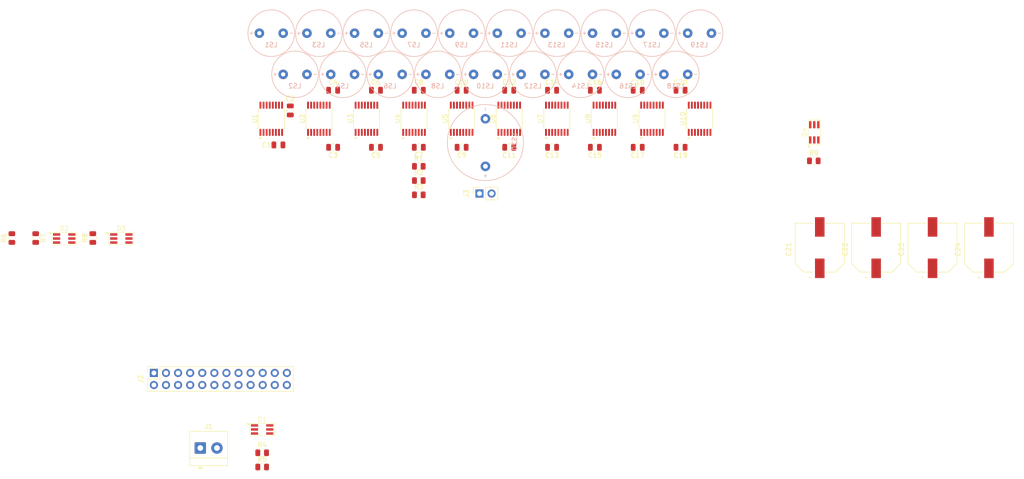
<source format=kicad_pcb>
(kicad_pcb (version 20241229) (generator "pcbnew") (generator_version "9.0")
  (layers (0 "F.Cu" signal) (2 "B.Cu" signal) (13 "F.Paste" user) (15 "B.Paste" user) (5 "F.SilkS" user "F.Silkscreen") (7 "B.SilkS" user "B.Silkscreen") (1 "F.Mask" user) (3 "B.Mask" user) (25 "Edge.Cuts" user))
  (net 0 "")
  (net 1 "+3V3")
  (net 2 "GND")
  (net 3 "Vdrive")
  (net 5 "STBY")
  (net 6 "Net-(D1-B-)")
  (net 8 "Net-(D1-G-)")
  (net 9 "Net-(D2-R-)")
  (net 13 "EN")
  (net 16 "LED")
  (net 17 "Net-(D3-B-)")
  (net 21 "Net-(D4-B-)")
  (net 22 "PHA_LED2")
  (net 25 "S8")
  (net 26 "S10")
  (net 27 "S18")
  (net 28 "S7")
  (net 29 "S6")
  (net 30 "S17")
  (net 31 "S19")
  (net 32 "S5")
  (net 33 "S14")
  (net 34 "S12")
  (net 35 "S2")
  (net 36 "S9")
  (net 37 "S15")
  (net 38 "S4")
  (net 39 "S1")
  (net 40 "S11")
  (net 41 "S13")
  (net 42 "S3")
  (net 43 "S16")
  (net 44 "RX")
  (net 45 "Net-(U1-AO2)")
  (net 46 "Net-(U1-AO1)")
  (net 47 "Net-(U1-BO2)")
  (net 48 "Net-(U1-BO1)")
  (net 49 "Net-(U2-AO2)")
  (net 50 "Net-(U2-AO1)")
  (net 51 "Net-(U2-BO1)")
  (net 52 "Net-(U2-BO2)")
  (net 53 "Net-(U3-AO2)")
  (net 54 "Net-(U3-AO1)")
  (net 55 "Net-(U3-BO1)")
  (net 56 "Net-(U3-BO2)")
  (net 57 "Net-(U4-AO2)")
  (net 58 "Net-(U4-AO1)")
  (net 59 "Net-(U4-BO2)")
  (net 60 "Net-(U4-BO1)")
  (net 61 "Net-(U5-AO1)")
  (net 62 "Net-(U5-AO2)")
  (net 63 "Net-(U5-BO1)")
  (net 64 "Net-(U5-BO2)")
  (net 65 "Net-(U6-AO1)")
  (net 66 "Net-(U6-AO2)")
  (net 67 "Net-(U6-BO1)")
  (net 68 "Net-(U6-BO2)")
  (net 69 "Net-(U7-AO2)")
  (net 70 "Net-(U7-AO1)")
  (net 71 "Net-(U7-BO1)")
  (net 72 "Net-(U7-BO2)")
  (net 73 "Net-(U8-AO1)")
  (net 74 "Net-(U8-AO2)")
  (net 75 "Net-(U8-BO1)")
  (net 76 "Net-(U8-BO2)")
  (net 77 "Net-(U9-AO2)")
  (net 78 "Net-(U9-AO1)")
  (net 79 "Net-(U9-BO1)")
  (net 80 "Net-(U9-BO2)")
  (net 81 "Net-(U10-AO1)")
  (net 82 "Net-(U10-AO2)")
  (net 83 "Net-(R6-Pad2)")
  (net 84 "PHA_LED1")
  (footprint "footprints:CAP_EEEFT1V561AP" (layer "F.Cu") (at 232.1 80.1 90)
    (property "Reference" "C22" (at -0.375 -6.535 90) (layer "F.SilkS"))
    (property "Value" "560u")
    (pad "1" smd rect (at -4.35 0 90) (size 4.1 2) (layers "F.Cu" "F.Mask" "F.Paste") (net 3 "Vdrive"))
    (pad "2" smd rect (at 4.35 0 90) (size 4.1 2) (layers "F.Cu" "F.Mask" "F.Paste") (net 2 "GND"))
  )
  (footprint "Package_SO:TSSOP-16_4.4x5mm_P0.65mm" (layer "F.Cu") (at 135 53 90)
    (property "Reference" "U4" (at 0 -3.45 90) (layer "F.SilkS"))
    (property "Value" "TC78H621FNG")
    (pad "1" smd roundrect (at -2.8625 -2.275 90) (size 1.475 0.4) (layers "F.Cu" "F.Mask" "F.Paste"))
    (pad "2" smd roundrect (at -2.8625 -1.625 90) (size 1.475 0.4) (layers "F.Cu" "F.Mask" "F.Paste"))
    (pad "3" smd roundrect (at -2.8625 -0.975 90) (size 1.475 0.4) (layers "F.Cu" "F.Mask" "F.Paste") (net 28 "S7"))
    (pad "4" smd roundrect (at -2.8625 -0.325 90) (size 1.475 0.4) (layers "F.Cu" "F.Mask" "F.Paste") (net 13 "EN"))
    (pad "5" smd roundrect (at -2.8625 0.325 90) (size 1.475 0.4) (layers "F.Cu" "F.Mask" "F.Paste") (net 1 "+3V3"))
    (pad "6" smd roundrect (at -2.8625 0.975 90) (size 1.475 0.4) (layers "F.Cu" "F.Mask" "F.Paste") (net 5 "STBY"))
    (pad "7" smd roundrect (at -2.8625 1.625 90) (size 1.475 0.4) (layers "F.Cu" "F.Mask" "F.Paste") (net 25 "S8"))
    (pad "8" smd roundrect (at -2.8625 2.275 90) (size 1.475 0.4) (layers "F.Cu" "F.Mask" "F.Paste") (net 13 "EN"))
    (pad "9" smd roundrect (at 2.8625 2.275 90) (size 1.475 0.4) (layers "F.Cu" "F.Mask" "F.Paste") (net 3 "Vdrive"))
    (pad "10" smd roundrect (at 2.8625 1.625 90) (size 1.475 0.4) (layers "F.Cu" "F.Mask" "F.Paste") (net 59 "Net-(U4-BO2)"))
    (pad "11" smd roundrect (at 2.8625 0.975 90) (size 1.475 0.4) (layers "F.Cu" "F.Mask" "F.Paste") (net 2 "GND"))
    (pad "12" smd roundrect (at 2.8625 0.325 90) (size 1.475 0.4) (layers "F.Cu" "F.Mask" "F.Paste") (net 60 "Net-(U4-BO1)"))
    (pad "13" smd roundrect (at 2.8625 -0.325 90) (size 1.475 0.4) (layers "F.Cu" "F.Mask" "F.Paste") (net 57 "Net-(U4-AO2)"))
    (pad "14" smd roundrect (at 2.8625 -0.975 90) (size 1.475 0.4) (layers "F.Cu" "F.Mask" "F.Paste") (net 2 "GND"))
    (pad "15" smd roundrect (at 2.8625 -1.625 90) (size 1.475 0.4) (layers "F.Cu" "F.Mask" "F.Paste") (net 58 "Net-(U4-AO1)"))
    (pad "16" smd roundrect (at 2.8625 -2.275 90) (size 1.475 0.4) (layers "F.Cu" "F.Mask" "F.Paste") (net 2 "GND"))
  )
  (footprint "Package_SO:TSSOP-16_4.4x5mm_P0.65mm" (layer "F.Cu") (at 115 53 90)
    (property "Reference" "U2" (at 0 -3.45 90) (layer "F.SilkS"))
    (property "Value" "TC78H621FNG")
    (pad "1" smd roundrect (at -2.8625 -2.275 90) (size 1.475 0.4) (layers "F.Cu" "F.Mask" "F.Paste"))
    (pad "2" smd roundrect (at -2.8625 -1.625 90) (size 1.475 0.4) (layers "F.Cu" "F.Mask" "F.Paste"))
    (pad "3" smd roundrect (at -2.8625 -0.975 90) (size 1.475 0.4) (layers "F.Cu" "F.Mask" "F.Paste") (net 42 "S3"))
    (pad "4" smd roundrect (at -2.8625 -0.325 90) (size 1.475 0.4) (layers "F.Cu" "F.Mask" "F.Paste") (net 13 "EN"))
    (pad "5" smd roundrect (at -2.8625 0.325 90) (size 1.475 0.4) (layers "F.Cu" "F.Mask" "F.Paste") (net 1 "+3V3"))
    (pad "6" smd roundrect (at -2.8625 0.975 90) (size 1.475 0.4) (layers "F.Cu" "F.Mask" "F.Paste") (net 5 "STBY"))
    (pad "7" smd roundrect (at -2.8625 1.625 90) (size 1.475 0.4) (layers "F.Cu" "F.Mask" "F.Paste") (net 38 "S4"))
    (pad "8" smd roundrect (at -2.8625 2.275 90) (size 1.475 0.4) (layers "F.Cu" "F.Mask" "F.Paste") (net 13 "EN"))
    (pad "9" smd roundrect (at 2.8625 2.275 90) (size 1.475 0.4) (layers "F.Cu" "F.Mask" "F.Paste") (net 3 "Vdrive"))
    (pad "10" smd roundrect (at 2.8625 1.625 90) (size 1.475 0.4) (layers "F.Cu" "F.Mask" "F.Paste") (net 52 "Net-(U2-BO2)"))
    (pad "11" smd roundrect (at 2.8625 0.975 90) (size 1.475 0.4) (layers "F.Cu" "F.Mask" "F.Paste") (net 2 "GND"))
    (pad "12" smd roundrect (at 2.8625 0.325 90) (size 1.475 0.4) (layers "F.Cu" "F.Mask" "F.Paste") (net 51 "Net-(U2-BO1)"))
    (pad "13" smd roundrect (at 2.8625 -0.325 90) (size 1.475 0.4) (layers "F.Cu" "F.Mask" "F.Paste") (net 49 "Net-(U2-AO2)"))
    (pad "14" smd roundrect (at 2.8625 -0.975 90) (size 1.475 0.4) (layers "F.Cu" "F.Mask" "F.Paste") (net 2 "GND"))
    (pad "15" smd roundrect (at 2.8625 -1.625 90) (size 1.475 0.4) (layers "F.Cu" "F.Mask" "F.Paste") (net 50 "Net-(U2-AO1)"))
    (pad "16" smd roundrect (at 2.8625 -2.275 90) (size 1.475 0.4) (layers "F.Cu" "F.Mask" "F.Paste") (net 2 "GND"))
  )
  (footprint "Package_SO:TSSOP-16_4.4x5mm_P0.65mm" (layer "F.Cu") (at 195 53 90)
    (property "Reference" "U10" (at 0 -3.45 90) (layer "F.SilkS"))
    (property "Value" "TC78H621FNG")
    (pad "1" smd roundrect (at -2.8625 -2.275 90) (size 1.475 0.4) (layers "F.Cu" "F.Mask" "F.Paste"))
    (pad "2" smd roundrect (at -2.8625 -1.625 90) (size 1.475 0.4) (layers "F.Cu" "F.Mask" "F.Paste"))
    (pad "3" smd roundrect (at -2.8625 -0.975 90) (size 1.475 0.4) (layers "F.Cu" "F.Mask" "F.Paste") (net 31 "S19"))
    (pad "4" smd roundrect (at -2.8625 -0.325 90) (size 1.475 0.4) (layers "F.Cu" "F.Mask" "F.Paste") (net 13 "EN"))
    (pad "5" smd roundrect (at -2.8625 0.325 90) (size 1.475 0.4) (layers "F.Cu" "F.Mask" "F.Paste") (net 1 "+3V3"))
    (pad "6" smd roundrect (at -2.8625 0.975 90) (size 1.475 0.4) (layers "F.Cu" "F.Mask" "F.Paste") (net 5 "STBY"))
    (pad "7" smd roundrect (at -2.8625 1.625 90) (size 1.475 0.4) (layers "F.Cu" "F.Mask" "F.Paste") (net 31 "S19"))
    (pad "8" smd roundrect (at -2.8625 2.275 90) (size 1.475 0.4) (layers "F.Cu" "F.Mask" "F.Paste") (net 13 "EN"))
    (pad "9" smd roundrect (at 2.8625 2.275 90) (size 1.475 0.4) (layers "F.Cu" "F.Mask" "F.Paste") (net 3 "Vdrive"))
    (pad "10" smd roundrect (at 2.8625 1.625 90) (size 1.475 0.4) (layers "F.Cu" "F.Mask" "F.Paste") (net 22 "PHA_LED2"))
    (pad "11" smd roundrect (at 2.8625 0.975 90) (size 1.475 0.4) (layers "F.Cu" "F.Mask" "F.Paste") (net 2 "GND"))
    (pad "12" smd roundrect (at 2.8625 0.325 90) (size 1.475 0.4) (layers "F.Cu" "F.Mask" "F.Paste") (net 84 "PHA_LED1"))
    (pad "13" smd roundrect (at 2.8625 -0.325 90) (size 1.475 0.4) (layers "F.Cu" "F.Mask" "F.Paste") (net 82 "Net-(U10-AO2)"))
    (pad "14" smd roundrect (at 2.8625 -0.975 90) (size 1.475 0.4) (layers "F.Cu" "F.Mask" "F.Paste") (net 2 "GND"))
    (pad "15" smd roundrect (at 2.8625 -1.625 90) (size 1.475 0.4) (layers "F.Cu" "F.Mask" "F.Paste") (net 81 "Net-(U10-AO1)"))
    (pad "16" smd roundrect (at 2.8625 -2.275 90) (size 1.475 0.4) (layers "F.Cu" "F.Mask" "F.Paste") (net 2 "GND"))
  )
  (footprint "Capacitor_SMD:C_0805_2012Metric" (layer "F.Cu") (at 127 59 180)
    (property "Reference" "C5" (at 0 -1.68 0) (layer "F.SilkS"))
    (property "Value" "100n")
    (pad "1" smd roundrect (at -0.95 0 180) (size 1 1.45) (layers "F.Cu" "F.Mask" "F.Paste") (net 1 "+3V3"))
    (pad "2" smd roundrect (at 0.95 0 180) (size 1 1.45) (layers "F.Cu" "F.Mask" "F.Paste") (net 2 "GND"))
  )
  (footprint "Resistor_SMD:R_0805_2012Metric" (layer "F.Cu") (at 219 61.85)
    (property "Reference" "R9" (at 0 -1.65 0) (layer "F.SilkS"))
    (property "Value" "2k")
    (pad "1" smd roundrect (at -0.9125 0) (size 1.025 1.4) (layers "F.Cu" "F.Mask" "F.Paste") (roundrect_rratio 0.243902) (net 84 "PHA_LED1"))
    (pad "2" smd roundrect (at 0.9125 0) (size 1.025 1.4) (layers "F.Cu" "F.Mask" "F.Paste") (roundrect_rratio 0.243902) (net 21 "Net-(D4-B-)"))
  )
  (footprint "footprints:QBLP680-RGB1" (layer "F.Cu") (at 103.0875 116.25)
    (property "Reference" "D1" (at 0 0 0) (layer "F.SilkS") (effects (font (thickness 0.1))))
    (property "Value" "QBLP680-RGB1")
    (pad "1" smd rect (at -1.6 1.25) (size 1.5 0.5) (layers "F.Cu" "F.Mask" "F.Paste") (net 6 "Net-(D1-B-)"))
    (pad "2" smd rect (at -1.6 2.1) (size 1.5 0.5) (layers "F.Cu" "F.Mask" "F.Paste") (net 8 "Net-(D1-G-)"))
    (pad "3" smd rect (at -1.6 2.95) (size 1.5 0.5) (layers "F.Cu" "F.Mask" "F.Paste"))
    (pad "4" smd rect (at 1.6 2.95) (size 1.5 0.5) (layers "F.Cu" "F.Mask" "F.Paste"))
    (pad "5" smd rect (at 1.6 2.1) (size 1.5 0.5) (layers "F.Cu" "F.Mask" "F.Paste") (net 1 "+3V3"))
    (pad "6" smd rect (at 1.6 1.25) (size 1.5 0.5) (layers "F.Cu" "F.Mask" "F.Paste") (net 5 "STBY"))
  )
  (footprint "Capacitor_SMD:C_0805_2012Metric" (layer "F.Cu") (at 145 59 180)
    (property "Reference" "C9" (at 0 -1.68 0) (layer "F.SilkS"))
    (property "Value" "100n")
    (pad "1" smd roundrect (at -0.95 0 180) (size 1 1.45) (layers "F.Cu" "F.Mask" "F.Paste") (net 1 "+3V3"))
    (pad "2" smd roundrect (at 0.95 0 180) (size 1 1.45) (layers "F.Cu" "F.Mask" "F.Paste") (net 2 "GND"))
  )
  (footprint "footprints:CAP_EEEFT1V561AP" (layer "F.Cu") (at 243.95 80.1 90)
    (property "Reference" "C23" (at -0.375 -6.535 90) (layer "F.SilkS"))
    (property "Value" "560u")
    (pad "1" smd rect (at -4.35 0 90) (size 4.1 2) (layers "F.Cu" "F.Mask" "F.Paste") (net 3 "Vdrive"))
    (pad "2" smd rect (at 4.35 0 90) (size 4.1 2) (layers "F.Cu" "F.Mask" "F.Paste") (net 2 "GND"))
  )
  (footprint "Capacitor_SMD:C_0805_2012Metric" (layer "F.Cu") (at 164 47)
    (property "Reference" "C14" (at 0 -1.68 0) (layer "F.SilkS"))
    (property "Value" "100n")
    (pad "1" smd roundrect (at -0.95 0) (size 1 1.45) (layers "F.Cu" "F.Mask" "F.Paste") (net 2 "GND"))
    (pad "2" smd roundrect (at 0.95 0) (size 1 1.45) (layers "F.Cu" "F.Mask" "F.Paste") (net 3 "Vdrive"))
  )
  (footprint "Capacitor_SMD:C_0805_2012Metric" (layer "F.Cu") (at 182 59 180)
    (property "Reference" "C17" (at 0 -1.68 0) (layer "F.SilkS"))
    (property "Value" "100n")
    (pad "1" smd roundrect (at -0.95 0 180) (size 1 1.45) (layers "F.Cu" "F.Mask" "F.Paste") (net 1 "+3V3"))
    (pad "2" smd roundrect (at 0.95 0 180) (size 1 1.45) (layers "F.Cu" "F.Mask" "F.Paste") (net 2 "GND"))
  )
  (footprint "Capacitor_SMD:C_0805_2012Metric" (layer "F.Cu") (at 182 47)
    (property "Reference" "C18" (at 0 -1.68 0) (layer "F.SilkS"))
    (property "Value" "100n")
    (pad "1" smd roundrect (at -0.95 0) (size 1 1.45) (layers "F.Cu" "F.Mask" "F.Paste") (net 2 "GND"))
    (pad "2" smd roundrect (at 0.95 0) (size 1 1.45) (layers "F.Cu" "F.Mask" "F.Paste") (net 3 "Vdrive"))
  )
  (footprint "Package_SO:TSSOP-16_4.4x5mm_P0.65mm" (layer "F.Cu") (at 145 53 90)
    (property "Reference" "U5" (at 0 -3.45 90) (layer "F.SilkS"))
    (property "Value" "TC78H621FNG")
    (pad "1" smd roundrect (at -2.8625 -2.275 90) (size 1.475 0.4) (layers "F.Cu" "F.Mask" "F.Paste"))
    (pad "2" smd roundrect (at -2.8625 -1.625 90) (size 1.475 0.4) (layers "F.Cu" "F.Mask" "F.Paste"))
    (pad "3" smd roundrect (at -2.8625 -0.975 90) (size 1.475 0.4) (layers "F.Cu" "F.Mask" "F.Paste") (net 36 "S9"))
    (pad "4" smd roundrect (at -2.8625 -0.325 90) (size 1.475 0.4) (layers "F.Cu" "F.Mask" "F.Paste") (net 13 "EN"))
    (pad "5" smd roundrect (at -2.8625 0.325 90) (size 1.475 0.4) (layers "F.Cu" "F.Mask" "F.Paste") (net 1 "+3V3"))
    (pad "6" smd roundrect (at -2.8625 0.975 90) (size 1.475 0.4) (layers "F.Cu" "F.Mask" "F.Paste") (net 5 "STBY"))
    (pad "7" smd roundrect (at -2.8625 1.625 90) (size 1.475 0.4) (layers "F.Cu" "F.Mask" "F.Paste") (net 26 "S10"))
    (pad "8" smd roundrect (at -2.8625 2.275 90) (size 1.475 0.4) (layers "F.Cu" "F.Mask" "F.Paste") (net 13 "EN"))
    (pad "9" smd roundrect (at 2.8625 2.275 90) (size 1.475 0.4) (layers "F.Cu" "F.Mask" "F.Paste") (net 3 "Vdrive"))
    (pad "10" smd roundrect (at 2.8625 1.625 90) (size 1.475 0.4) (layers "F.Cu" "F.Mask" "F.Paste") (net 64 "Net-(U5-BO2)"))
    (pad "11" smd roundrect (at 2.8625 0.975 90) (size 1.475 0.4) (layers "F.Cu" "F.Mask" "F.Paste") (net 2 "GND"))
    (pad "12" smd roundrect (at 2.8625 0.325 90) (size 1.475 0.4) (layers "F.Cu" "F.Mask" "F.Paste") (net 63 "Net-(U5-BO1)"))
    (pad "13" smd roundrect (at 2.8625 -0.325 90) (size 1.475 0.4) (layers "F.Cu" "F.Mask" "F.Paste") (net 62 "Net-(U5-AO2)"))
    (pad "14" smd roundrect (at 2.8625 -0.975 90) (size 1.475 0.4) (layers "F.Cu" "F.Mask" "F.Paste") (net 2 "GND"))
    (pad "15" smd roundrect (at 2.8625 -1.625 90) (size 1.475 0.4) (layers "F.Cu" "F.Mask" "F.Paste") (net 61 "Net-(U5-AO1)"))
    (pad "16" smd roundrect (at 2.8625 -2.275 90) (size 1.475 0.4) (layers "F.Cu" "F.Mask" "F.Paste") (net 2 "GND"))
  )
  (footprint "Capacitor_SMD:C_0805_2012Metric" (layer "F.Cu") (at 173 47)
    (property "Reference" "C16" (at 0 -1.68 0) (layer "F.SilkS"))
    (property "Value" "100n")
    (pad "1" smd roundrect (at -0.95 0) (size 1 1.45) (layers "F.Cu" "F.Mask" "F.Paste") (net 2 "GND"))
    (pad "2" smd roundrect (at 0.95 0) (size 1 1.45) (layers "F.Cu" "F.Mask" "F.Paste") (net 3 "Vdrive"))
  )
  (footprint "Capacitor_SMD:C_0805_2012Metric" (layer "F.Cu") (at 155 59 180)
    (property "Reference" "C11" (at 0 -1.68 0) (layer "F.SilkS"))
    (property "Value" "100n")
    (pad "1" smd roundrect (at -0.95 0 180) (size 1 1.45) (layers "F.Cu" "F.Mask" "F.Paste") (net 1 "+3V3"))
    (pad "2" smd roundrect (at 0.95 0 180) (size 1 1.45) (layers "F.Cu" "F.Mask" "F.Paste") (net 2 "GND"))
  )
  (footprint "Resistor_SMD:R_0805_2012Metric" (layer "F.Cu") (at 136 66)
    (property "Reference" "R2" (at 0 -1.65 0) (layer "F.SilkS"))
    (property "Value" "51k")
    (pad "1" smd roundrect (at -0.9125 0) (size 1.025 1.4) (layers "F.Cu" "F.Mask" "F.Paste") (roundrect_rratio 0.243902) (net 44 "RX"))
    (pad "2" smd roundrect (at 0.9125 0) (size 1.025 1.4) (layers "F.Cu" "F.Mask" "F.Paste") (roundrect_rratio 0.243902) (net 2 "GND"))
  )
  (footprint "footprints:CAP_EEEFT1V561AP" (layer "F.Cu") (at 255.8 80.1 90)
    (property "Reference" "C24" (at -0.375 -6.535 90) (layer "F.SilkS"))
    (property "Value" "560u")
    (pad "1" smd rect (at -4.35 0 90) (size 4.1 2) (layers "F.Cu" "F.Mask" "F.Paste") (net 3 "Vdrive"))
    (pad "2" smd rect (at 4.35 0 90) (size 4.1 2) (layers "F.Cu" "F.Mask" "F.Paste") (net 2 "GND"))
  )
  (footprint "Capacitor_SMD:C_0805_2012Metric" (layer "F.Cu") (at 155 47)
    (property "Reference" "C12" (at 0 -1.68 0) (layer "F.SilkS"))
    (property "Value" "100n")
    (pad "1" smd roundrect (at -0.95 0) (size 1 1.45) (layers "F.Cu" "F.Mask" "F.Paste") (net 2 "GND"))
    (pad "2" smd roundrect (at 0.95 0) (size 1 1.45) (layers "F.Cu" "F.Mask" "F.Paste") (net 3 "Vdrive"))
  )
  (footprint "Connector_PinSocket_2.54mm:PinSocket_1x02_P2.54mm_Vertical" (layer "F.Cu") (at 148.75 68.725 90)
    (property "Reference" "J3" (at 0 -2.77 90) (layer "F.SilkS"))
    (property "Value" "Conn_01x02")
    (pad "1" thru_hole rect (at 0 0 90) (size 1.7 1.7) (drill 1) (layers "*.Cu" "*.Mask") (net 44 "RX"))
    (pad "2" thru_hole circle (at 0 2.54 90) (size 1.7 1.7) (drill 1) (layers "*.Cu" "*.Mask") (net 2 "GND"))
  )
  (footprint "Capacitor_SMD:C_0805_2012Metric" (layer "F.Cu") (at 118 47)
    (property "Reference" "C4" (at 0 -1.68 0) (layer "F.SilkS"))
    (property "Value" "100n")
    (pad "1" smd roundrect (at -0.95 0) (size 1 1.45) (layers "F.Cu" "F.Mask" "F.Paste") (net 2 "GND"))
    (pad "2" smd roundrect (at 0.95 0) (size 1 1.45) (layers "F.Cu" "F.Mask" "F.Paste") (net 3 "Vdrive"))
  )
  (footprint "Package_SO:TSSOP-16_4.4x5mm_P0.65mm" (layer "F.Cu") (at 105 53 90)
    (property "Reference" "U1" (at 0 -3.45 90) (layer "F.SilkS"))
    (property "Value" "TC78H621FNG")
    (pad "1" smd roundrect (at -2.8625 -2.275 90) (size 1.475 0.4) (layers "F.Cu" "F.Mask" "F.Paste"))
    (pad "2" smd roundrect (at -2.8625 -1.625 90) (size 1.475 0.4) (layers "F.Cu" "F.Mask" "F.Paste"))
    (pad "3" smd roundrect (at -2.8625 -0.975 90) (size 1.475 0.4) (layers "F.Cu" "F.Mask" "F.Paste") (net 39 "S1"))
    (pad "4" smd roundrect (at -2.8625 -0.325 90) (size 1.475 0.4) (layers "F.Cu" "F.Mask" "F.Paste") (net 13 "EN"))
    (pad "5" smd roundrect (at -2.8625 0.325 90) (size 1.475 0.4) (layers "F.Cu" "F.Mask" "F.Paste") (net 1 "+3V3"))
    (pad "6" smd roundrect (at -2.8625 0.975 90) (size 1.475 0.4) (layers "F.Cu" "F.Mask" "F.Paste") (net 5 "STBY"))
    (pad "7" smd roundrect (at -2.8625 1.625 90) (size 1.475 0.4) (layers "F.Cu" "F.Mask" "F.Paste") (net 35 "S2"))
    (pad "8" smd roundrect (at -2.8625 2.275 90) (size 1.475 0.4) (layers "F.Cu" "F.Mask" "F.Paste") (net 13 "EN"))
    (pad "9" smd roundrect (at 2.8625 2.275 90) (size 1.475 0.4) (layers "F.Cu" "F.Mask" "F.Paste") (net 3 "Vdrive"))
    (pad "10" smd roundrect (at 2.8625 1.625 90) (size 1.475 0.4) (layers "F.Cu" "F.Mask" "F.Paste") (net 47 "Net-(U1-BO2)"))
    (pad "11" smd roundrect (at 2.8625 0.975 90) (size 1.475 0.4) (layers "F.Cu" "F.Mask" "F.Paste") (net 2 "GND"))
    (pad "12" smd roundrect (at 2.8625 0.325 90) (size 1.475 0.4) (layers "F.Cu" "F.Mask" "F.Paste") (net 48 "Net-(U1-BO1)"))
    (pad "13" smd roundrect (at 2.8625 -0.325 90) (size 1.475 0.4) (layers "F.Cu" "F.Mask" "F.Paste") (net 45 "Net-(U1-AO2)"))
    (pad "14" smd roundrect (at 2.8625 -0.975 90) (size 1.475 0.4) (layers "F.Cu" "F.Mask" "F.Paste") (net 2 "GND"))
    (pad "15" smd roundrect (at 2.8625 -1.625 90) (size 1.475 0.4) (layers "F.Cu" "F.Mask" "F.Paste") (net 46 "Net-(U1-AO1)"))
    (pad "16" smd roundrect (at 2.8625 -2.275 90) (size 1.475 0.4) (layers "F.Cu" "F.Mask" "F.Paste") (net 2 "GND"))
  )
  (footprint "Capacitor_SMD:C_0805_2012Metric" (layer "F.Cu") (at 127 47)
    (property "Reference" "C6" (at 0 -1.68 0) (layer "F.SilkS"))
    (property "Value" "100n")
    (pad "1" smd roundrect (at -0.95 0) (size 1 1.45) (layers "F.Cu" "F.Mask" "F.Paste") (net 2 "GND"))
    (pad "2" smd roundrect (at 0.95 0) (size 1 1.45) (layers "F.Cu" "F.Mask" "F.Paste") (net 3 "Vdrive"))
  )
  (footprint "Package_SO:TSSOP-16_4.4x5mm_P0.65mm" (layer "F.Cu") (at 155 53 90)
    (property "Reference" "U6" (at 0 -3.45 90) (layer "F.SilkS"))
    (property "Value" "TC78H621FNG")
    (pad "1" smd roundrect (at -2.8625 -2.275 90) (size 1.475 0.4) (layers "F.Cu" "F.Mask" "F.Paste"))
    (pad "2" smd roundrect (at -2.8625 -1.625 90) (size 1.475 0.4) (layers "F.Cu" "F.Mask" "F.Paste"))
    (pad "3" smd roundrect (at -2.8625 -0.975 90) (size 1.475 0.4) (layers "F.Cu" "F.Mask" "F.Paste") (net 40 "S11"))
    (pad "4" smd roundrect (at -2.8625 -0.325 90) (size 1.475 0.4) (layers "F.Cu" "F.Mask" "F.Paste") (net 13 "EN"))
    (pad "5" smd roundrect (at -2.8625 0.325 90) (size 1.475 0.4) (layers "F.Cu" "F.Mask" "F.Paste") (net 1 "+3V3"))
    (pad "6" smd roundrect (at -2.8625 0.975 90) (size 1.475 0.4) (layers "F.Cu" "F.Mask" "F.Paste") (net 5 "STBY"))
    (pad "7" smd roundrect (at -2.8625 1.625 90) (size 1.475 0.4) (layers "F.Cu" "F.Mask" "F.Paste") (net 34 "S12"))
    (pad "8" smd roundrect (at -2.8625 2.275 90) (size 1.475 0.4) (layers "F.Cu" "F.Mask" "F.Paste") (net 13 "EN"))
    (pad "9" smd roundrect (at 2.8625 2.275 90) (size 1.475 0.4) (layers "F.Cu" "F.Mask" "F.Paste") (net 3 "Vdrive"))
    (pad "10" smd roundrect (at 2.8625 1.625 90) (size 1.475 0.4) (layers "F.Cu" "F.Mask" "F.Paste") (net 68 "Net-(U6-BO2)"))
    (pad "11" smd roundrect (at 2.8625 0.975 90) (size 1.475 0.4) (layers "F.Cu" "F.Mask" "F.Paste") (net 2 "GND"))
    (pad "12" smd roundrect (at 2.8625 0.325 90) (size 1.475 0.4) (layers "F.Cu" "F.Mask" "F.Paste") (net 67 "Net-(U6-BO1)"))
    (pad "13" smd roundrect (at 2.8625 -0.325 90) (size 1.475 0.4) (layers "F.Cu" "F.Mask" "F.Paste") (net 66 "Net-(U6-AO2)"))
    (pad "14" smd roundrect (at 2.8625 -0.975 90) (size 1.475 0.4) (layers "F.Cu" "F.Mask" "F.Paste") (net 2 "GND"))
    (pad "15" smd roundrect (at 2.8625 -1.625 90) (size 1.475 0.4) (layers "F.Cu" "F.Mask" "F.Paste") (net 65 "Net-(U6-AO1)"))
    (pad "16" smd roundrect (at 2.8625 -2.275 90) (size 1.475 0.4) (layers "F.Cu" "F.Mask" "F.Paste") (net 2 "GND"))
  )
  (footprint "Capacitor_SMD:C_0805_2012Metric" (layer "F.Cu") (at 173 59 180)
    (property "Reference" "C15" (at 0 -1.68 0) (layer "F.SilkS"))
    (property "Value" "100n")
    (pad "1" smd roundrect (at -0.95 0 180) (size 1 1.45) (layers "F.Cu" "F.Mask" "F.Paste") (net 1 "+3V3"))
    (pad "2" smd roundrect (at 0.95 0 180) (size 1 1.45) (layers "F.Cu" "F.Mask" "F.Paste") (net 2 "GND"))
  )
  (footprint "Capacitor_SMD:C_0805_2012Metric" (layer "F.Cu") (at 191 59 180)
    (property "Reference" "C19" (at 0 -1.68 0) (layer "F.SilkS"))
    (property "Value" "100n")
    (pad "1" smd roundrect (at -0.95 0 180) (size 1 1.45) (layers "F.Cu" "F.Mask" "F.Paste") (net 1 "+3V3"))
    (pad "2" smd roundrect (at 0.95 0 180) (size 1 1.45) (layers "F.Cu" "F.Mask" "F.Paste") (net 2 "GND"))
  )
  (footprint "Capacitor_SMD:C_0805_2012Metric" (layer "F.Cu") (at 164 59 180)
    (property "Reference" "C13" (at 0 -1.68 0) (layer "F.SilkS"))
    (property "Value" "100n")
    (pad "1" smd roundrect (at -0.95 0 180) (size 1 1.45) (layers "F.Cu" "F.Mask" "F.Paste") (net 1 "+3V3"))
    (pad "2" smd roundrect (at 0.95 0 180) (size 1 1.45) (layers "F.Cu" "F.Mask" "F.Paste") (net 2 "GND"))
  )
  (footprint "Resistor_SMD:R_0805_2012Metric" (layer "F.Cu") (at 50.5 78.0875 90)
    (property "Reference" "R6" (at 0 -1.65 90) (layer "F.SilkS"))
    (property "Value" "100")
    (pad "1" smd roundrect (at -0.9125 0 90) (size 1.025 1.4) (layers "F.Cu" "F.Mask" "F.Paste") (roundrect_rratio 0.243902) (net 2 "GND"))
    (pad "2" smd roundrect (at 0.9125 0 90) (size 1.025 1.4) (layers "F.Cu" "F.Mask" "F.Paste") (roundrect_rratio 0.243902) (net 83 "Net-(R6-Pad2)"))
  )
  (footprint "Resistor_SMD:R_0805_2012Metric" (layer "F.Cu") (at 55.5 78.0875 -90)
    (property "Reference" "R7" (at 0 -1.65 90) (layer "F.SilkS"))
    (property "Value" "100")
    (pad "1" smd roundrect (at -0.9125 0 270) (size 1.025 1.4) (layers "F.Cu" "F.Mask" "F.Paste") (roundrect_rratio 0.243902) (net 83 "Net-(R6-Pad2)"))
    (pad "2" smd roundrect (at 0.9125 0 270) (size 1.025 1.4) (layers "F.Cu" "F.Mask" "F.Paste") (roundrect_rratio 0.243902) (net 9 "Net-(D2-R-)"))
  )
  (footprint "TerminalBlock_4Ucon:TerminalBlock_4Ucon_1x02_P3.50mm_Horizontal" (layer "F.Cu") (at 90.0875 122.25)
    (property "Reference" "J1" (at 1.75 -4.52 0) (layer "F.SilkS"))
    (property "Value" "Screw_Terminal_01x02")
    (pad "1" thru_hole roundrect (at 0 0) (size 2.4 2.4) (drill 1.2) (layers "*.Cu" "*.Mask") (roundrect_rratio 0.104167) (net 3 "Vdrive"))
    (pad "2" thru_hole circle (at 3.5 0) (size 2.4 2.4) (drill 1.2) (layers "*.Cu" "*.Mask") (net 2 "GND"))
  )
  (footprint "Capacitor_SMD:C_0805_2012Metric" (layer "F.Cu") (at 136 59 180)
    (property "Reference" "C7" (at 0 -1.68 0) (layer "F.SilkS"))
    (property "Value" "100n")
    (pad "1" smd roundrect (at -0.95 0 180) (size 1 1.45) (layers "F.Cu" "F.Mask" "F.Paste") (net 1 "+3V3"))
    (pad "2" smd roundrect (at 0.95 0 180) (size 1 1.45) (layers "F.Cu" "F.Mask" "F.Paste") (net 2 "GND"))
  )
  (footprint "footprints:CAP_EEEFT1V561AP" (layer "F.Cu") (at 220.25 80.1 90)
    (property "Reference" "C21" (at -0.375 -6.535 90) (layer "F.SilkS"))
    (property "Value" "560u")
    (pad "1" smd rect (at -4.35 0 90) (size 4.1 2) (layers "F.Cu" "F.Mask" "F.Paste") (net 3 "Vdrive"))
    (pad "2" smd rect (at 4.35 0 90) (size 4.1 2) (layers "F.Cu" "F.Mask" "F.Paste") (net 2 "GND"))
  )
  (footprint "Resistor_SMD:R_0805_2012Metric" (layer "F.Cu") (at 136 63)
    (property "Reference" "R1" (at 0 -1.65 0) (layer "F.SilkS"))
    (property "Value" "100k")
    (pad "1" smd roundrect (at -0.9125 0) (size 1.025 1.4) (layers "F.Cu" "F.Mask" "F.Paste") (roundrect_rratio 0.243902) (net 44 "RX"))
    (pad "2" smd roundrect (at 0.9125 0) (size 1.025 1.4) (layers "F.Cu" "F.Mask" "F.Paste") (roundrect_rratio 0.243902) (net 2 "GND"))
  )
  (footprint "footprints:QBLP680-RGB1" (layer "F.Cu") (at 73.5 76.0875)
    (property "Reference" "D3" (at 0 0 0) (layer "F.SilkS") (effects (font (thickness 0.1))))
    (property "Value" "QBLP680-RGB1")
    (pad "1" smd rect (at -1.6 1.25) (size 1.5 0.5) (layers "F.Cu" "F.Mask" "F.Paste") (net 17 "Net-(D3-B-)"))
    (pad "2" smd rect (at -1.6 2.1) (size 1.5 0.5) (layers "F.Cu" "F.Mask" "F.Paste"))
    (pad "3" smd rect (at -1.6 2.95) (size 1.5 0.5) (layers "F.Cu" "F.Mask" "F.Paste"))
    (pad "4" smd rect (at 1.6 2.95) (size 1.5 0.5) (layers "F.Cu" "F.Mask" "F.Paste"))
    (pad "5" smd rect (at 1.6 2.1) (size 1.5 0.5) (layers "F.Cu" "F.Mask" "F.Paste"))
    (pad "6" smd rect (at 1.6 1.25) (size 1.5 0.5) (layers "F.Cu" "F.Mask" "F.Paste") (net 16 "LED"))
  )
  (footprint "Package_SO:TSSOP-16_4.4x5mm_P0.65mm" (layer "F.Cu") (at 165 53 90)
    (property "Reference" "U7" (at 0 -3.45 90) (layer "F.SilkS"))
    (property "Value" "TC78H621FNG")
    (pad "1" smd roundrect (at -2.8625 -2.275 90) (size 1.475 0.4) (layers "F.Cu" "F.Mask" "F.Paste"))
    (pad "2" smd roundrect (at -2.8625 -1.625 90) (size 1.475 0.4) (layers "F.Cu" "F.Mask" "F.Paste"))
    (pad "3" smd roundrect (at -2.8625 -0.975 90) (size 1.475 0.4) (layers "F.Cu" "F.Mask" "F.Paste") (net 41 "S13"))
    (pad "4" smd roundrect (at -2.8625 -0.325 90) (size 1.475 0.4) (layers "F.Cu" "F.Mask" "F.Paste") (net 13 "EN"))
    (pad "5" smd roundrect (at -2.8625 0.325 90) (size 1.475 0.4) (layers "F.Cu" "F.Mask" "F.Paste") (net 1 "+3V3"))
    (pad "6" smd roundrect (at -2.8625 0.975 90) (size 1.475 0.4) (layers "F.Cu" "F.Mask" "F.Paste") (net 5 "STBY"))
    (pad "7" smd roundrect (at -2.8625 1.625 90) (size 1.475 0.4) (layers "F.Cu" "F.Mask" "F.Paste") (net 33 "S14"))
    (pad "8" smd roundrect (at -2.8625 2.275 90) (size 1.475 0.4) (layers "F.Cu" "F.Mask" "F.Paste") (net 13 "EN"))
    (pad "9" smd roundrect (at 2.8625 2.275 90) (size 1.475 0.4) (layers "F.Cu" "F.Mask" "F.Paste") (net 3 "Vdrive"))
    (pad "10" smd roundrect (at 2.8625 1.625 90) (size 1.475 0.4) (layers "F.Cu" "F.Mask" "F.Paste") (net 72 "Net-(U7-BO2)"))
    (pad "11" smd roundrect (at 2.8625 0.975 90) (size 1.475 0.4) (layers "F.Cu" "F.Mask" "F.Paste") (net 2 "GND"))
    (pad "12" smd roundrect (at 2.8625 0.325 90) (size 1.475 0.4) (layers "F.Cu" "F.Mask" "F.Paste") (net 71 "Net-(U7-BO1)"))
    (pad "13" smd roundrect (at 2.8625 -0.325 90) (size 1.475 0.4) (layers "F.Cu" "F.Mask" "F.Paste") (net 69 "Net-(U7-AO2)"))
    (pad "14" smd roundrect (at 2.8625 -0.975 90) (size 1.475 0.4) (layers "F.Cu" "F.Mask" "F.Paste") (net 2 "GND"))
    (pad "15" smd roundrect (at 2.8625 -1.625 90) (size 1.475 0.4) (layers "F.Cu" "F.Mask" "F.Paste") (net 70 "Net-(U7-AO1)"))
    (pad "16" smd roundrect (at 2.8625 -2.275 90) (size 1.475 0.4) (layers "F.Cu" "F.Mask" "F.Paste") (net 2 "GND"))
  )
  (footprint "footprints:QBLP680-RGB1" (layer "F.Cu") (at 217 55.85 90)
    (property "Reference" "D4" (at 0 0 90) (layer "F.SilkS") (effects (font (thickness 0.1))))
    (property "Value" "QBLP680-RGB1")
    (pad "1" smd rect (at -1.6 1.25 90) (size 1.5 0.5) (layers "F.Cu" "F.Mask" "F.Paste") (net 21 "Net-(D4-B-)"))
    (pad "2" smd rect (at -1.6 2.1 90) (size 1.5 0.5) (layers "F.Cu" "F.Mask" "F.Paste"))
    (pad "3" smd rect (at -1.6 2.95 90) (size 1.5 0.5) (layers "F.Cu" "F.Mask" "F.Paste") (net 22 "PHA_LED2"))
    (pad "4" smd rect (at 1.6 2.95 90) (size 1.5 0.5) (layers "F.Cu" "F.Mask" "F.Paste") (net 21 "Net-(D4-B-)"))
    (pad "5" smd rect (at 1.6 2.1 90) (size 1.5 0.5) (layers "F.Cu" "F.Mask" "F.Paste"))
    (pad "6" smd rect (at 1.6 1.25 90) (size 1.5 0.5) (layers "F.Cu" "F.Mask" "F.Paste") (net 22 "PHA_LED2"))
  )
  (footprint "Capacitor_SMD:C_0805_2012Metric" (layer "F.Cu") (at 118 59 180)
    (property "Reference" "C3" (at 0 -1.68 0) (layer "F.SilkS"))
    (property "Value" "100n")
    (pad "1" smd roundrect (at -0.95 0 180) (size 1 1.45) (layers "F.Cu" "F.Mask" "F.Paste") (net 1 "+3V3"))
    (pad "2" smd roundrect (at 0.95 0 180) (size 1 1.45) (layers "F.Cu" "F.Mask" "F.Paste") (net 2 "GND"))
  )
  (footprint "Resistor_SMD:R_0805_2012Metric" (layer "F.Cu") (at 103.0875 123.25)
    (property "Reference" "R4" (at 0 -1.65 0) (layer "F.SilkS"))
    (property "Value" "43")
    (pad "1" smd roundrect (at -0.9125 0) (size 1.025 1.4) (layers "F.Cu" "F.Mask" "F.Paste") (roundrect_rratio 0.243902) (net 2 "GND"))
    (pad "2" smd roundrect (at 0.9125 0) (size 1.025 1.4) (layers "F.Cu" "F.Mask" "F.Paste") (roundrect_rratio 0.243902) (net 6 "Net-(D1-B-)"))
  )
  (footprint "Resistor_SMD:R_0805_2012Metric" (layer "F.Cu") (at 103.0875 126.25)
    (property "Reference" "R5" (at 0 -1.65 0) (layer "F.SilkS"))
    (property "Value" "43")
    (pad "1" smd roundrect (at -0.9125 0) (size 1.025 1.4) (layers "F.Cu" "F.Mask" "F.Paste") (roundrect_rratio 0.243902) (net 2 "GND"))
    (pad "2" smd roundrect (at 0.9125 0) (size 1.025 1.4) (layers "F.Cu" "F.Mask" "F.Paste") (roundrect_rratio 0.243902) (net 8 "Net-(D1-G-)"))
  )
  (footprint "Resistor_SMD:R_0805_2012Metric" (layer "F.Cu") (at 67.5 78.0875 90)
    (property "Reference" "R8" (at 0 -1.65 90) (layer "F.SilkS"))
    (property "Value" "43")
    (pad "1" smd roundrect (at -0.9125 0 90) (size 1.025 1.4) (layers "F.Cu" "F.Mask" "F.Paste") (roundrect_rratio 0.243902) (net 2 "GND"))
    (pad "2" smd roundrect (at 0.9125 0 90) (size 1.025 1.4) (layers "F.Cu" "F.Mask" "F.Paste") (roundrect_rratio 0.243902) (net 17 "Net-(D3-B-)"))
  )
  (footprint "Capacitor_SMD:C_0805_2012Metric" (layer "F.Cu") (at 106.5 58.5)
    (property "Reference" "C1" (at -2.5 0 0) (layer "F.SilkS"))
    (property "Value" "100n")
    (pad "1" smd roundrect (at -0.95 0) (size 1 1.45) (layers "F.Cu" "F.Mask" "F.Paste") (net 1 "+3V3"))
    (pad "2" smd roundrect (at 0.95 0) (size 1 1.45) (layers "F.Cu" "F.Mask" "F.Paste") (net 2 "GND"))
  )
  (footprint "Package_SO:TSSOP-16_4.4x5mm_P0.65mm" (layer "F.Cu") (at 175 53 90)
    (property "Reference" "U8" (at 0 -3.45 90) (layer "F.SilkS"))
    (property "Value" "TC78H621FNG")
    (pad "1" smd roundrect (at -2.8625 -2.275 90) (size 1.475 0.4) (layers "F.Cu" "F.Mask" "F.Paste"))
    (pad "2" smd roundrect (at -2.8625 -1.625 90) (size 1.475 0.4) (layers "F.Cu" "F.Mask" "F.Paste"))
    (pad "3" smd roundrect (at -2.8625 -0.975 90) (size 1.475 0.4) (layers "F.Cu" "F.Mask" "F.Paste") (net 37 "S15"))
    (pad "4" smd roundrect (at -2.8625 -0.325 90) (size 1.475 0.4) (layers "F.Cu" "F.Mask" "F.Paste") (net 13 "EN"))
    (pad "5" smd roundrect (at -2.8625 0.325 90) (size 1.475 0.4) (layers "F.Cu" "F.Mask" "F.Paste") (net 1 "+3V3"))
    (pad "6" smd roundrect (at -2.8625 0.975 90) (size 1.475 0.4) (layers "F.Cu" "F.Mask" "F.Paste") (net 5 "STBY"))
    (pad "7" smd roundrect (at -2.8625 1.625 90) (size 1.475 0.4) (layers "F.Cu" "F.Mask" "F.Paste") (net 43 "S16"))
    (pad "8" smd roundrect (at -2.8625 2.275 90) (size 1.475 0.4) (layers "F.Cu" "F.Mask" "F.Paste") (net 13 "EN"))
    (pad "9" smd roundrect (at 2.8625 2.275 90) (size 1.475 0.4) (layers "F.Cu" "F.Mask" "F.Paste") (net 3 "Vdrive"))
    (pad "10" smd roundrect (at 2.8625 1.625 90) (size 1.475 0.4) (layers "F.Cu" "F.Mask" "F.Paste") (net 76 "Net-(U8-BO2)"))
    (pad "11" smd roundrect (at 2.8625 0.975 90) (size 1.475 0.4) (layers "F.Cu" "F.Mask" "F.Paste") (net 2 "GND"))
    (pad "12" smd roundrect (at 2.8625 0.325 90) (size 1.475 0.4) (layers "F.Cu" "F.Mask" "F.Paste") (net 75 "Net-(U8-BO1)"))
    (pad "13" smd roundrect (at 2.8625 -0.325 90) (size 1.475 0.4) (layers "F.Cu" "F.Mask" "F.Paste") (net 74 "Net-(U8-AO2)"))
    (pad "14" smd roundrect (at 2.8625 -0.975 90) (size 1.475 0.4) (layers "F.Cu" "F.Mask" "F.Paste") (net 2 "GND"))
    (pad "15" smd roundrect (at 2.8625 -1.625 90) (size 1.475 0.4) (layers "F.Cu" "F.Mask" "F.Paste") (net 73 "Net-(U8-AO1)"))
    (pad "16" smd roundrect (at 2.8625 -2.275 90) (size 1.475 0.4) (layers "F.Cu" "F.Mask" "F.Paste") (net 2 "GND"))
  )
  (footprint "Capacitor_SMD:C_0805_2012Metric" (layer "F.Cu") (at 191 47)
    (property "Reference" "C20" (at 0 -1.68 0) (layer "F.SilkS"))
    (property "Value" "100n")
    (pad "1" smd roundrect (at -0.95 0) (size 1 1.45) (layers "F.Cu" "F.Mask" "F.Paste") (net 2 "GND"))
    (pad "2" smd roundrect (at 0.95 0) (size 1 1.45) (layers "F.Cu" "F.Mask" "F.Paste") (net 3 "Vdrive"))
  )
  (footprint "Package_SO:TSSOP-16_4.4x5mm_P0.65mm" (layer "F.Cu") (at 125 53 90)
    (property "Reference" "U3" (at 0 -3.45 90) (layer "F.SilkS"))
    (property "Value" "TC78H621FNG")
    (pad "1" smd roundrect (at -2.8625 -2.275 90) (size 1.475 0.4) (layers "F.Cu" "F.Mask" "F.Paste"))
    (pad "2" smd roundrect (at -2.8625 -1.625 90) (size 1.475 0.4) (layers "F.Cu" "F.Mask" "F.Paste"))
    (pad "3" smd roundrect (at -2.8625 -0.975 90) (size 1.475 0.4) (layers "F.Cu" "F.Mask" "F.Paste") (net 32 "S5"))
    (pad "4" smd roundrect (at -2.8625 -0.325 90) (size 1.475 0.4) (layers "F.Cu" "F.Mask" "F.Paste") (net 13 "EN"))
    (pad "5" smd roundrect (at -2.8625 0.325 90) (size 1.475 0.4) (layers "F.Cu" "F.Mask" "F.Paste") (net 1 "+3V3"))
    (pad "6" smd roundrect (at -2.8625 0.975 90) (size 1.475 0.4) (layers "F.Cu" "F.Mask" "F.Paste") (net 5 "STBY"))
    (pad "7" smd roundrect (at -2.8625 1.625 90) (size 1.475 0.4) (layers "F.Cu" "F.Mask" "F.Paste") (net 29 "S6"))
    (pad "8" smd roundrect (at -2.8625 2.275 90) (size 1.475 0.4) (layers "F.Cu" "F.Mask" "F.Paste") (net 13 "EN"))
    (pad "9" smd roundrect (at 2.8625 2.275 90) (size 1.475 0.4) (layers "F.Cu" "F.Mask" "F.Paste") (net 3 "Vdrive"))
    (pad "10" smd roundrect (at 2.8625 1.625 90) (size 1.475 0.4) (layers "F.Cu" "F.Mask" "F.Paste") (net 56 "Net-(U3-BO2)"))
    (pad "11" smd roundrect (at 2.8625 0.975 90) (size 1.475 0.4) (layers "F.Cu" "F.Mask" "F.Paste") (net 2 "GND"))
    (pad "12" smd roundrect (at 2.8625 0.325 90) (size 1.475 0.4) (layers "F.Cu" "F.Mask" "F.Paste") (net 55 "Net-(U3-BO1)"))
    (pad "13" smd roundrect (at 2.8625 -0.325 90) (size 1.475 0.4) (layers "F.Cu" "F.Mask" "F.Paste") (net 53 "Net-(U3-AO2)"))
    (pad "14" smd roundrect (at 2.8625 -0.975 90) (size 1.475 0.4) (layers "F.Cu" "F.Mask" "F.Paste") (net 2 "GND"))
    (pad "15" smd roundrect (at 2.8625 -1.625 90) (size 1.475 0.4) (layers "F.Cu" "F.Mask" "F.Paste") (net 54 "Net-(U3-AO1)"))
    (pad "16" smd roundrect (at 2.8625 -2.275 90) (size 1.475 0.4) (layers "F.Cu" "F.Mask" "F.Paste") (net 2 "GND"))
  )
  (footprint "Resistor_SMD:R_0805_2012Metric" (layer "F.Cu") (at 136 69)
    (property "Reference" "R3" (at 0 -1.65 0) (layer "F.SilkS"))
    (property "Value" "20k")
    (pad "1" smd roundrect (at -0.9125 0) (size 1.025 1.4) (layers "F.Cu" "F.Mask" "F.Paste") (roundrect_rratio 0.243902) (net 44 "RX"))
    (pad "2" smd roundrect (at 0.9125 0) (size 1.025 1.4) (layers "F.Cu" "F.Mask" "F.Paste") (roundrect_rratio 0.243902) (net 2 "GND"))
  )
  (footprint "Connector_PinSocket_2.54mm:PinSocket_2x12_P2.54mm_Vertical" (layer "F.Cu") (at 80.34 106.46 90)
    (property "Reference" "J2" (at -1.27 -2.77 90) (layer "F.SilkS"))
    (property "Value" "Conn_02x12_Counter_Clockwise")
    (pad "1" thru_hole rect (at 0 0 90) (size 1.7 1.7) (drill 1) (layers "*.Cu" "*.Mask") (net 39 "S1"))
    (pad "2" thru_hole circle (at -2.54 0 90) (size 1.7 1.7) (drill 1) (layers "*.Cu" "*.Mask") (net 35 "S2"))
    (pad "3" thru_hole circle (at 0 2.54 90) (size 1.7 1.7) (drill 1) (layers "*.Cu" "*.Mask") (net 42 "S3"))
    (pad "4" thru_hole circle (at -2.54 2.54 90) (size 1.7 1.7) (drill 1) (layers "*.Cu" "*.Mask") (net 38 "S4"))
    (pad "5" thru_hole circle (at 0 5.08 90) (size 1.7 1.7) (drill 1) (layers "*.Cu" "*.Mask") (net 32 "S5"))
    (pad "6" thru_hole circle (at -2.54 5.08 90) (size 1.7 1.7) (drill 1) (layers "*.Cu" "*.Mask") (net 29 "S6"))
    (pad "7" thru_hole circle (at 0 7.62 90) (size 1.7 1.7) (drill 1) (layers "*.Cu" "*.Mask") (net 28 "S7"))
    (pad "8" thru_hole circle (at -2.54 7.62 90) (size 1.7 1.7) (drill 1) (layers "*.Cu" "*.Mask") (net 25 "S8"))
    (pad "9" thru_hole circle (at 0 10.16 90) (size 1.7 1.7) (drill 1) (layers "*.Cu" "*.Mask") (net 36 "S9"))
    (pad "10" thru_hole circle (at -2.54 10.16 90) (size 1.7 1.7) (drill 1) (layers "*.Cu" "*.Mask") (net 26 "S10"))
    (pad "11" thru_hole circle (at 0 12.7 90) (size 1.7 1.7) (drill 1) (layers "*.Cu" "*.Mask") (net 40 "S11"))
    (pad "12" thru_hole circle (at -2.54 12.7 90) (size 1.7 1.7) (drill 1) (layers "*.Cu" "*.Mask") (net 34 "S12"))
    (pad "13" thru_hole circle (at 0 15.24 90) (size 1.7 1.7) (drill 1) (layers "*.Cu" "*.Mask") (net 41 "S13"))
    (pad "14" thru_hole circle (at -2.54 15.24 90) (size 1.7 1.7) (drill 1) (layers "*.Cu" "*.Mask") (net 33 "S14"))
    (pad "15" thru_hole circle (at 0 17.78 90) (size 1.7 1.7) (drill 1) (layers "*.Cu" "*.Mask") (net 37 "S15"))
    (pad "16" thru_hole circle (at -2.54 17.78 90) (size 1.7 1.7) (drill 1) (layers "*.Cu" "*.Mask") (net 43 "S16"))
    (pad "17" thru_hole circle (at 0 20.32 90) (size 1.7 1.7) (drill 1) (layers "*.Cu" "*.Mask") (net 30 "S17"))
    (pad "18" thru_hole circle (at -2.54 20.32 90) (size 1.7 1.7) (drill 1) (layers "*.Cu" "*.Mask") (net 27 "S18"))
    (pad "19" thru_hole circle (at 0 22.86 90) (size 1.7 1.7) (drill 1) (layers "*.Cu" "*.Mask") (net 31 "S19"))
    (pad "20" thru_hole circle (at -2.54 22.86 90) (size 1.7 1.7) (drill 1) (layers "*.Cu" "*.Mask") (net 5 "STBY"))
    (pad "21" thru_hole circle (at 0 25.4 90) (size 1.7 1.7) (drill 1) (layers "*.Cu" "*.Mask") (net 13 "EN"))
    (pad "22" thru_hole circle (at -2.54 25.4 90) (size 1.7 1.7) (drill 1) (layers "*.Cu" "*.Mask") (net 16 "LED"))
    (pad "23" thru_hole circle (at 0 27.94 90) (size 1.7 1.7) (drill 1) (layers "*.Cu" "*.Mask") (net 2 "GND"))
    (pad "24" thru_hole circle (at -2.54 27.94 90) (size 1.7 1.7) (drill 1) (layers "*.Cu" "*.Mask") (net 1 "+3V3"))
  )
  (footprint "Capacitor_SMD:C_0805_2012Metric" (layer "F.Cu") (at 109 51.25 90)
    (property "Reference" "C2" (at 2.5 0 0) (layer "F.SilkS"))
    (property "Value" "100n")
    (pad "1" smd roundrect (at -0.95 0 90) (size 1 1.45) (layers "F.Cu" "F.Mask" "F.Paste") (net 2 "GND"))
    (pad "2" smd roundrect (at 0.95 0 90) (size 1 1.45) (layers "F.Cu" "F.Mask" "F.Paste") (net 3 "Vdrive"))
  )
  (footprint "footprints:QBLP680-RGB1" (layer "F.Cu") (at 61.5 76.0875)
    (property "Reference" "D2" (at 0 0 0) (layer "F.SilkS") (effects (font (thickness 0.1))))
    (property "Value" "QBLP680-RGB1")
    (pad "1" smd rect (at -1.6 1.25) (size 1.5 0.5) (layers "F.Cu" "F.Mask" "F.Paste"))
    (pad "2" smd rect (at -1.6 2.1) (size 1.5 0.5) (layers "F.Cu" "F.Mask" "F.Paste"))
    (pad "3" smd rect (at -1.6 2.95) (size 1.5 0.5) (layers "F.Cu" "F.Mask" "F.Paste") (net 9 "Net-(D2-R-)"))
    (pad "4" smd rect (at 1.6 2.95) (size 1.5 0.5) (layers "F.Cu" "F.Mask" "F.Paste") (net 13 "EN"))
    (pad "5" smd rect (at 1.6 2.1) (size 1.5 0.5) (layers "F.Cu" "F.Mask" "F.Paste"))
    (pad "6" smd rect (at 1.6 1.25) (size 1.5 0.5) (layers "F.Cu" "F.Mask" "F.Paste"))
  )
  (footprint "Capacitor_SMD:C_0805_2012Metric" (layer "F.Cu") (at 145 47)
    (property "Reference" "C10" (at 0 -1.68 0) (layer "F.SilkS"))
    (property "Value" "100n")
    (pad "1" smd roundrect (at -0.95 0) (size 1 1.45) (layers "F.Cu" "F.Mask" "F.Paste") (net 2 "GND"))
    (pad "2" smd roundrect (at 0.95 0) (size 1 1.45) (layers "F.Cu" "F.Mask" "F.Paste") (net 3 "Vdrive"))
  )
  (footprint "Capacitor_SMD:C_0805_2012Metric" (layer "F.Cu") (at 136 47)
    (property "Reference" "C8" (at 0 -1.68 0) (layer "F.SilkS"))
    (property "Value" "100n")
    (pad "1" smd roundrect (at -0.95 0) (size 1 1.45) (layers "F.Cu" "F.Mask" "F.Paste") (net 2 "GND"))
    (pad "2" smd roundrect (at 0.95 0) (size 1 1.45) (layers "F.Cu" "F.Mask" "F.Paste") (net 3 "Vdrive"))
  )
  (footprint "Package_SO:TSSOP-16_4.4x5mm_P0.65mm" (layer "F.Cu") (at 185 53 90)
    (property "Reference" "U9" (at 0 -3.45 90) (layer "F.SilkS"))
    (property "Value" "TC78H621FNG")
    (pad "1" smd roundrect (at -2.8625 -2.275 90) (size 1.475 0.4) (layers "F.Cu" "F.Mask" "F.Paste"))
    (pad "2" smd roundrect (at -2.8625 -1.625 90) (size 1.475 0.4) (layers "F.Cu" "F.Mask" "F.Paste"))
    (pad "3" smd roundrect (at -2.8625 -0.975 90) (size 1.475 0.4) (layers "F.Cu" "F.Mask" "F.Paste") (net 30 "S17"))
    (pad "4" smd roundrect (at -2.8625 -0.325 90) (size 1.475 0.4) (layers "F.Cu" "F.Mask" "F.Paste") (net 13 "EN"))
    (pad "5" smd roundrect (at -2.8625 0.325 90) (size 1.475 0.4) (layers "F.Cu" "F.Mask" "F.Paste") (net 1 "+3V3"))
    (pad "6" smd roundrect (at -2.8625 0.975 90) (size 1.475 0.4) (layers "F.Cu" "F.Mask" "F.Paste") (net 5 "STBY"))
    (pad "7" smd roundrect (at -2.8625 1.625 90) (size 1.475 0.4) (layers "F.Cu" "F.Mask" "F.Paste") (net 27 "S18"))
    (pad "8" smd roundrect (at -2.8625 2.275 90) (size 1.475 0.4) (layers "F.Cu" "F.Mask" "F.Paste") (net 13 "EN"))
    (pad "9" smd roundrect (at 2.8625 2.275 90) (size 1.475 0.4) (layers "F.Cu" "F.Mask" "F.Paste") (net 3 "Vdrive"))
    (pad "10" smd roundrect (at 2.8625 1.625 90) (size 1.475 0.4) (layers "F.Cu" "F.Mask" "F.Paste") (net 80 "Net-(U9-BO2)"))
    (pad "11" smd roundrect (at 2.8625 0.975 90) (size 1.475 0.4) (layers "F.Cu" "F.Mask" "F.Paste") (net 2 "GND"))
    (pad "12" smd roundrect (at 2.8625 0.325 90) (size 1.475 0.4) (layers "F.Cu" "F.Mask" "F.Paste") (net 79 "Net-(U9-BO1)"))
    (pad "13" smd roundrect (at 2.8625 -0.325 90) (size 1.475 0.4) (layers "F.Cu" "F.Mask" "F.Paste") (net 77 "Net-(U9-AO2)"))
    (pad "14" smd roundrect (at 2.8625 -0.975 90) (size 1.475 0.4) (layers "F.Cu" "F.Mask" "F.Paste") (net 2 "GND"))
    (pad "15" smd roundrect (at 2.8625 -1.625 90) (size 1.475 0.4) (layers "F.Cu" "F.Mask" "F.Paste") (net 78 "Net-(U9-AO1)"))
    (pad "16" smd roundrect (at 2.8625 -2.275 90) (size 1.475 0.4) (layers "F.Cu" "F.Mask" "F.Paste") (net 2 "GND"))
  )
  (footprint "footprints:CUSA-T80-15-2400-TH" (layer "B.Cu") (at 170 43.66)
    (property "Reference" "LS14" (at -0.05 2.45 180) (layer "B.SilkS") (effects (justify mirror)))
    (property "Value" "Speaker_Ultrasound")
    (pad "1" thru_hole circle (at -2.5 0) (size 2 2) (drill 0.9) (layers "*.Cu" "*.Mask") (net 71 "Net-(U7-BO1)"))
    (pad "2" thru_hole circle (at 2.5 0) (size 2 2) (drill 0.9) (layers "*.Cu" "*.Mask") (net 72 "Net-(U7-BO2)"))
  )
  (footprint "footprints:CUSA-T80-15-2400-TH" (layer "B.Cu") (at 155 35)
    (property "Reference" "LS11" (at -0.05 2.45 180) (layer "B.SilkS") (effects (justify mirror)))
    (property "Value" "Speaker_Ultrasound")
    (pad "1" thru_hole circle (at -2.5 0) (size 2 2) (drill 0.9) (layers "*.Cu" "*.Mask") (net 65 "Net-(U6-AO1)"))
    (pad "2" thru_hole circle (at 2.5 0) (size 2 2) (drill 0.9) (layers "*.Cu" "*.Mask") (net 66 "Net-(U6-AO2)"))
  )
  (footprint "footprints:CUSA-T80-15-2400-TH" (layer "B.Cu") (at 120 43.66)
    (property "Reference" "LS4" (at -0.05 2.45 180) (layer "B.SilkS") (effects (justify mirror)))
    (property "Value" "Speaker_Ultrasound")
    (pad "1" thru_hole circle (at -2.5 0) (size 2 2) (drill 0.9) (layers "*.Cu" "*.Mask") (net 51 "Net-(U2-BO1)"))
    (pad "2" thru_hole circle (at 2.5 0) (size 2 2) (drill 0.9) (layers "*.Cu" "*.Mask") (net 52 "Net-(U2-BO2)"))
  )
  (footprint "footprints:CUSA-T80-15-2400-TH" (layer "B.Cu") (at 145 35)
    (property "Reference" "LS9" (at -0.05 2.45 180) (layer "B.SilkS") (effects (justify mirror)))
    (property "Value" "Speaker_Ultrasound")
    (pad "1" thru_hole circle (at -2.5 0) (size 2 2) (drill 0.9) (layers "*.Cu" "*.Mask") (net 61 "Net-(U5-AO1)"))
    (pad "2" thru_hole circle (at 2.5 0) (size 2 2) (drill 0.9) (layers "*.Cu" "*.Mask") (net 62 "Net-(U5-AO2)"))
  )
  (footprint "footprints:CUSA-T80-15-2400-TH" (layer "B.Cu") (at 140 43.66)
    (property "Reference" "LS8" (at -0.05 2.45 180) (layer "B.SilkS") (effects (justify mirror)))
    (property "Value" "Speaker_Ultrasound")
    (pad "1" thru_hole circle (at -2.5 0) (size 2 2) (drill 0.9) (layers "*.Cu" "*.Mask") (net 60 "Net-(U4-BO1)"))
    (pad "2" thru_hole circle (at 2.5 0) (size 2 2) (drill 0.9) (layers "*.Cu" "*.Mask") (net 59 "Net-(U4-BO2)"))
  )
  (footprint "footprints:CUSA-T80-15-2400-TH" (layer "B.Cu") (at 185 35)
    (property "Reference" "LS17" (at -0.05 2.45 180) (layer "B.SilkS") (effects (justify mirror)))
    (property "Value" "Speaker_Ultrasound")
    (pad "1" thru_hole circle (at -2.5 0) (size 2 2) (drill 0.9) (layers "*.Cu" "*.Mask") (net 78 "Net-(U9-AO1)"))
    (pad "2" thru_hole circle (at 2.5 0) (size 2 2) (drill 0.9) (layers "*.Cu" "*.Mask") (net 77 "Net-(U9-AO2)"))
  )
  (footprint "footprints:CUSA-T80-15-2400-TH" (layer "B.Cu") (at 195 35)
    (property "Reference" "LS19" (at -0.05 2.45 180) (layer "B.SilkS") (effects (justify mirror)))
    (property "Value" "Speaker_Ultrasound")
    (pad "1" thru_hole circle (at -2.5 0) (size 2 2) (drill 0.9) (layers "*.Cu" "*.Mask") (net 81 "Net-(U10-AO1)"))
    (pad "2" thru_hole circle (at 2.5 0) (size 2 2) (drill 0.9) (layers "*.Cu" "*.Mask") (net 82 "Net-(U10-AO2)"))
  )
  (footprint "footprints:CUSA-T80-15-2400-TH" (layer "B.Cu") (at 165 35)
    (property "Reference" "LS13" (at -0.05 2.45 180) (layer "B.SilkS") (effects (justify mirror)))
    (property "Value" "Speaker_Ultrasound")
    (pad "1" thru_hole circle (at -2.5 0) (size 2 2) (drill 0.9) (layers "*.Cu" "*.Mask") (net 70 "Net-(U7-AO1)"))
    (pad "2" thru_hole circle (at 2.5 0) (size 2 2) (drill 0.9) (layers "*.Cu" "*.Mask") (net 69 "Net-(U7-AO2)"))
  )
  (footprint "footprints:CUSA-T80-15-2400-TH" (layer "B.Cu") (at 135 35)
    (property "Reference" "LS7" (at -0.05 2.45 180) (layer "B.SilkS") (effects (justify mirror)))
    (property "Value" "Speaker_Ultrasound")
    (pad "1" thru_hole circle (at -2.5 0) (size 2 2) (drill 0.9) (layers "*.Cu" "*.Mask") (net 58 "Net-(U4-AO1)"))
    (pad "2" thru_hole circle (at 2.5 0) (size 2 2) (drill 0.9) (layers "*.Cu" "*.Mask") (net 57 "Net-(U4-AO2)"))
  )
  (footprint "footprints:CUSA-T80-15-2400-TH" (layer "B.Cu") (at 115 35)
    (property "Reference" "LS3" (at -0.05 2.45 180) (layer "B.SilkS") (effects (justify mirror)))
    (property "Value" "Speaker_Ultrasound")
    (pad "1" thru_hole circle (at -2.5 0) (size 2 2) (drill 0.9) (layers "*.Cu" "*.Mask") (net 50 "Net-(U2-AO1)"))
    (pad "2" thru_hole circle (at 2.5 0) (size 2 2) (drill 0.9) (layers "*.Cu" "*.Mask") (net 49 "Net-(U2-AO2)"))
  )
  (footprint "footprints:CUSA-T80-15-2400-TH" (layer "B.Cu") (at 190 43.66)
    (property "Reference" "LS18" (at -0.05 2.45 180) (layer "B.SilkS") (effects (justify mirror)))
    (property "Value" "Speaker_Ultrasound")
    (pad "1" thru_hole circle (at -2.5 0) (size 2 2) (drill 0.9) (layers "*.Cu" "*.Mask") (net 79 "Net-(U9-BO1)"))
    (pad "2" thru_hole circle (at 2.5 0) (size 2 2) (drill 0.9) (layers "*.Cu" "*.Mask") (net 80 "Net-(U9-BO2)"))
  )
  (footprint "footprints:CUSA-T80-15-2400-TH" (layer "B.Cu") (at 125 35)
    (property "Reference" "LS5" (at -0.05 2.45 180) (layer "B.SilkS") (effects (justify mirror)))
    (property "Value" "Speaker_Ultrasound")
    (pad "1" thru_hole circle (at -2.5 0) (size 2 2) (drill 0.9) (layers "*.Cu" "*.Mask") (net 54 "Net-(U3-AO1)"))
    (pad "2" thru_hole circle (at 2.5 0) (size 2 2) (drill 0.9) (layers "*.Cu" "*.Mask") (net 53 "Net-(U3-AO2)"))
  )
  (footprint "footprints:CUSA-T80-15-2400-TH" (layer "B.Cu") (at 110 43.66)
    (property "Reference" "LS2" (at -0.05 2.45 180) (layer "B.SilkS") (effects (justify mirror)))
    (property "Value" "Speaker_Ultrasound")
    (pad "1" thru_hole circle (at -2.5 0) (size 2 2) (drill 0.9) (layers "*.Cu" "*.Mask") (net 48 "Net-(U1-BO1)"))
    (pad "2" thru_hole circle (at 2.5 0) (size 2 2) (drill 0.9) (layers "*.Cu" "*.Mask") (net 47 "Net-(U1-BO2)"))
  )
  (footprint "footprints:CUSA-T80-15-2400-TH" (layer "B.Cu") (at 130 43.66)
    (property "Reference" "LS6" (at -0.05 2.45 180) (layer "B.SilkS") (effects (justify mirror)))
    (property "Value" "Speaker_Ultrasound")
    (pad "1" thru_hole circle (at -2.5 0) (size 2 2) (drill 0.9) (layers "*.Cu" "*.Mask") (net 55 "Net-(U3-BO1)"))
    (pad "2" thru_hole circle (at 2.5 0) (size 2 2) (drill 0.9) (layers "*.Cu" "*.Mask") (net 56 "Net-(U3-BO2)"))
  )
  (footprint "footprints:CUSA-T80-15-2400-TH" (layer "B.Cu") (at 105 35)
    (property "Reference" "LS1" (at -0.05 2.45 0) (layer "B.SilkS") (effects (justify mirror)))
    (property "Value" "Speaker_Ultrasound")
    (pad "1" thru_hole circle (at -2.5 0) (size 2 2) (drill 0.9) (layers "*.Cu" "*.Mask") (net 46 "Net-(U1-AO1)"))
    (pad "2" thru_hole circle (at 2.5 0) (size 2 2) (drill 0.9) (layers "*.Cu" "*.Mask") (net 45 "Net-(U1-AO2)"))
  )
  (footprint "footprints:CUSA-T80-15-2400-TH" (layer "B.Cu") (at 180 43.66)
    (property "Reference" "LS16" (at -0.05 2.45 180) (layer "B.SilkS") (effects (justify mirror)))
    (property "Value" "Speaker_Ultrasound")
    (pad "1" thru_hole circle (at -2.5 0) (size 2 2) (drill 0.9) (layers "*.Cu" "*.Mask") (net 75 "Net-(U8-BO1)"))
    (pad "2" thru_hole circle (at 2.5 0) (size 2 2) (drill 0.9) (layers "*.Cu" "*.Mask") (net 76 "Net-(U8-BO2)"))
  )
  (footprint "footprints:CUSA-T80-15-2400-TH" (layer "B.Cu") (at 175 35)
    (property "Reference" "LS15" (at -0.05 2.45 180) (layer "B.SilkS") (effects (justify mirror)))
    (property "Value" "Speaker_Ultrasound")
    (pad "1" thru_hole circle (at -2.5 0) (size 2 2) (drill 0.9) (layers "*.Cu" "*.Mask") (net 73 "Net-(U8-AO1)"))
    (pad "2" thru_hole circle (at 2.5 0) (size 2 2) (drill 0.9) (layers "*.Cu" "*.Mask") (net 74 "Net-(U8-AO2)"))
  )
  (footprint "footprints:MCUSR16A39S12RO" (layer "B.Cu") (at 150 58 90)
    (property "Reference" "LS20" (at 0.175 6.135 90) (layer "B.SilkS") (effects (justify mirror)))
    (property "Value" "Speaker_Ultrasound")
    (pad "1" thru_hole circle (at -5 0 90) (size 2 2) (drill 1) (layers "*.Cu" "*.Mask") (net 44 "RX"))
    (pad "2" thru_hole circle (at 5 0 90) (size 2 2) (drill 1) (layers "*.Cu" "*.Mask") (net 2 "GND"))
  )
  (footprint "footprints:CUSA-T80-15-2400-TH" (layer "B.Cu") (at 150 43.66)
    (property "Reference" "LS10" (at -0.05 2.45 180) (layer "B.SilkS") (effects (justify mirror)))
    (property "Value" "Speaker_Ultrasound")
    (pad "1" thru_hole circle (at -2.5 0) (size 2 2) (drill 0.9) (layers "*.Cu" "*.Mask") (net 63 "Net-(U5-BO1)"))
    (pad "2" thru_hole circle (at 2.5 0) (size 2 2) (drill 0.9) (layers "*.Cu" "*.Mask") (net 64 "Net-(U5-BO2)"))
  )
  (footprint "footprints:CUSA-T80-15-2400-TH" (layer "B.Cu") (at 160 43.66)
    (property "Reference" "LS12" (at -0.05 2.45 180) (layer "B.SilkS") (effects (justify mirror)))
    (property "Value" "Speaker_Ultrasound")
    (pad "1" thru_hole circle (at -2.5 0) (size 2 2) (drill 0.9) (layers "*.Cu" "*.Mask") (net 67 "Net-(U6-BO1)"))
    (pad "2" thru_hole circle (at 2.5 0) (size 2 2) (drill 0.9) (layers "*.Cu" "*.Mask") (net 68 "Net-(U6-BO2)"))
  )
)
</source>
